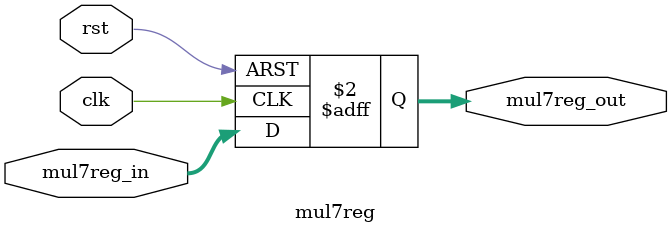
<source format=v>
/* 16bit  Register (DFF) */

module mul7reg (clk, rst, mul7reg_in, mul7reg_out);
		input clk, rst;
		input [15:0] mul7reg_in;
		wire [15:0] mul7reg_in;
		output [15:0]	mul7reg_out;
		reg [15:0]	mul7reg_out;
		//wire	[15:0]	ir_out;
		
		always @(posedge rst or posedge clk) begin
			if (rst) begin
				mul7reg_out <= 16'b0000_0000_0000_0000;
			end else begin
				mul7reg_out <= mul7reg_in;
			end
		end
endmodule

</source>
